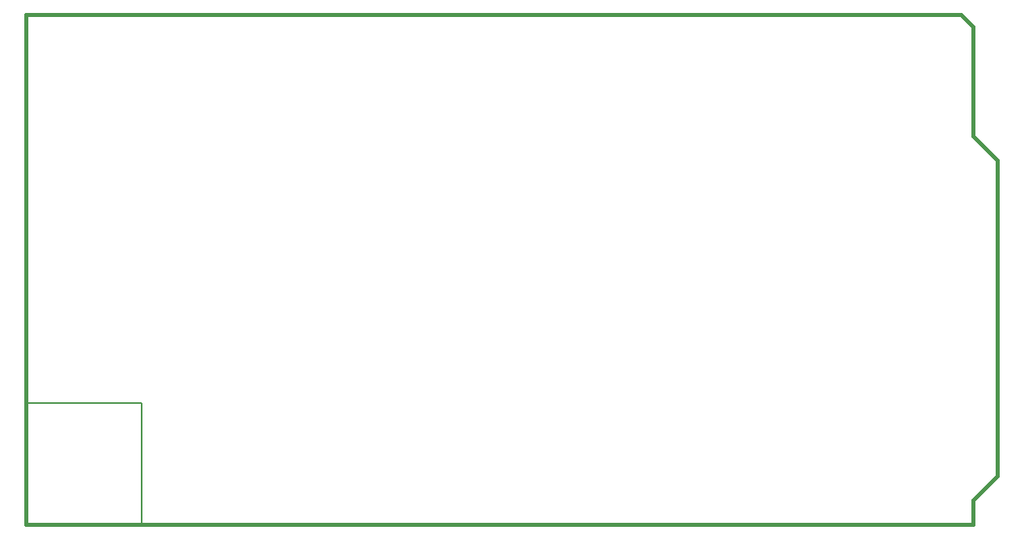
<source format=gbr>
G04 #@! TF.GenerationSoftware,KiCad,Pcbnew,(6.0.0-0)*
G04 #@! TF.CreationDate,2023-06-22T10:54:49-03:00*
G04 #@! TF.ProjectId,NNC_ControlBoard,4e4e435f-436f-46e7-9472-6f6c426f6172,rev?*
G04 #@! TF.SameCoordinates,Original*
G04 #@! TF.FileFunction,Other,Comment*
%FSLAX46Y46*%
G04 Gerber Fmt 4.6, Leading zero omitted, Abs format (unit mm)*
G04 Created by KiCad (PCBNEW (6.0.0-0)) date 2023-06-22 10:54:49*
%MOMM*%
%LPD*%
G01*
G04 APERTURE LIST*
%ADD10C,0.381000*%
%ADD11C,0.127000*%
G04 APERTURE END LIST*
D10*
X247650000Y-102870000D02*
X247650000Y-105410000D01*
X250190000Y-67310000D02*
X250190000Y-100330000D01*
X247650000Y-64770000D02*
X247650000Y-53340000D01*
X247650000Y-105410000D02*
X148590000Y-105410000D01*
X148590000Y-105410000D02*
X148590000Y-52070000D01*
X247650000Y-64770000D02*
X250190000Y-67310000D01*
D11*
X148590000Y-92710000D02*
X160655000Y-92710000D01*
D10*
X250190000Y-100330000D02*
X247650000Y-102870000D01*
D11*
X160655000Y-92710000D02*
X160655000Y-105410000D01*
D10*
X247650000Y-53340000D02*
X246380000Y-52070000D01*
X246380000Y-52070000D02*
X148590000Y-52070000D01*
M02*

</source>
